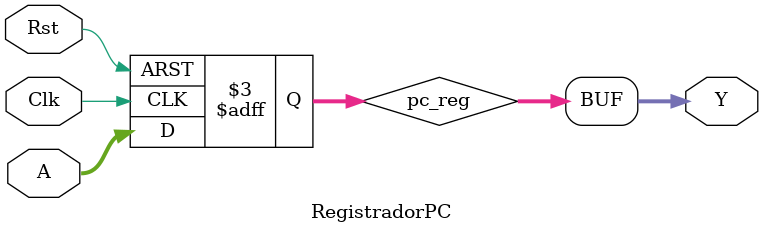
<source format=v>
module RegistradorPC(
    input wire [31:0] A, // Entrada para o novo valor do PC
    input wire Clk,     // Sinal de clock
    input wire Rst,     // Sinal de reset
    output wire [31:0] Y // Saída do valor atual do PC
);

    reg [31:0] pc_reg; // Registrador para armazenar o valor do PC

    always @(posedge Clk or posedge Rst) begin
        if (Rst==1)
            pc_reg <= 0; // Reseta o valor do PC para 0 em caso de reset
        else
            pc_reg <= A; // Atualiza o valor do PC com a entrada A na borda de subida do clock
    end

    assign Y = pc_reg; // Saída Y é o valor do registrador pc_reg

endmodule
</source>
